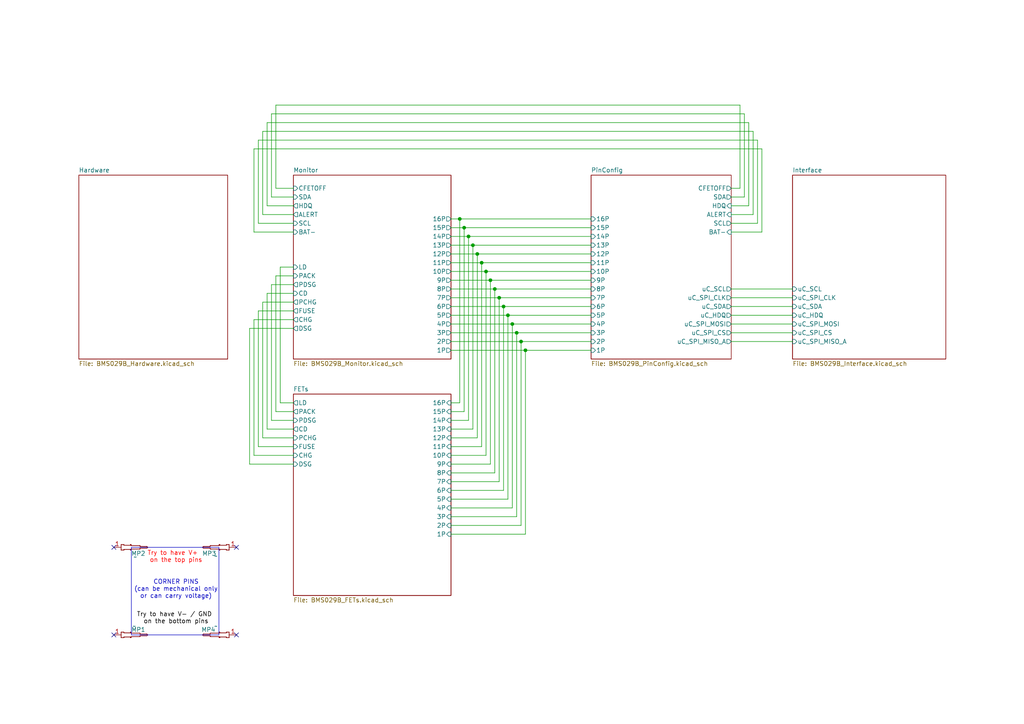
<source format=kicad_sch>
(kicad_sch (version 20250114) (generator "eeschema") (generator_version "9.0")
  (paper "A4")
  (lib_symbols
    (symbol "Adom KiCad Symbols:Adom_Machine_Pin"
      (property "Reference" "MP" (at -1.27 1.524 0))
      (symbol "Adom_Machine_Pin_1_0"
        (polyline (pts (xy -4.445 0.255) (xy -2.54 0.255)) (stroke (width 0.2)))
        (arc (start -4.445 -0.255) (mid -4.7 0) (end -4.445 0.255) (stroke (width 0.2)))
        (polyline (pts (xy -2.54 0.435) (xy -2.475 0.5)) (stroke (width 0.2)))
        (polyline (pts (xy -2.54 0.255) (xy -2.54 0.435)) (stroke (width 0.2)))
        (polyline (pts (xy -2.54 -0.255) (xy -4.445 -0.255)) (stroke (width 0.2)))
        (polyline (pts (xy -2.54 -0.435) (xy -2.54 -0.255)) (stroke (width 0.2)))
        (polyline (pts (xy -2.475 0.5) (xy -2.375 0.5)) (stroke (width 0.2)))
        (polyline (pts (xy -2.475 -0.5) (xy -2.54 -0.435)) (stroke (width 0.2)))
        (polyline (pts (xy -2.375 0.5) (xy 0.06 0.5)) (stroke (width 0.2)))
        (polyline (pts (xy -2.375 -0.5) (xy -2.475 -0.5)) (stroke (width 0.2)))
        (polyline (pts (xy 0.06 0.8) (xy 0.26 0.8)) (stroke (width 0.2)))
        (polyline (pts (xy 0.06 0.5) (xy 0.06 0.8)) (stroke (width 0.2)))
        (polyline (pts (xy 0.06 -0.5) (xy -2.375 -0.5)) (stroke (width 0.2)))
        (polyline (pts (xy 0.06 -0.8) (xy 0.06 -0.5)) (stroke (width 0.2)))
        (polyline (pts (xy 0.26 0.8) (xy 0.26 0.6)) (stroke (width 0.2)))
        (polyline (pts (xy 0.26 0.6) (xy 2.16 0.6)) (stroke (width 0.2)))
        (polyline (pts (xy 0.26 -0.6) (xy 0.26 -0.8)) (stroke (width 0.2)))
        (polyline (pts (xy 0.26 -0.8) (xy 0.06 -0.8)) (stroke (width 0.2)))
        (polyline (pts (xy 2.16 0.8) (xy 2.96 0.8)) (stroke (width 0.2)))
        (polyline (pts (xy 2.16 0.6) (xy 2.16 0.8)) (stroke (width 0.2)))
        (polyline (pts (xy 2.16 -0.6) (xy 0.26 -0.6)) (stroke (width 0.2)))
        (polyline (pts (xy 2.16 -0.8) (xy 2.16 -0.6)) (stroke (width 0.2)))
        (polyline (pts (xy 2.96 0.8) (xy 2.96 -0.8)) (stroke (width 0.2)))
        (polyline (pts (xy 2.96 -0.8) (xy 2.16 -0.8)) (stroke (width 0.2)))
      )
      (symbol "Adom_Machine_Pin_1_1"
        (pin passive line (at 5.08 0 180) (length 2) (name "") (number "1"))
      )
    )
  )
  (rectangle (start 38.1 158.75) (end 63.5 184.15))
  (text "CORNER PINS\n(can be mechanical only\nor can carry voltage)" (at 51.054 170.942 0) (effects (font (size 1.27 1.27))))
  (text "Try to have V- / GND \non the bottom pins" (at 51.054 179.324 0) (effects (font (size 1.27 1.27))))
  (text "Try to have V+  \non the top pins" (at 51.054 161.544 0) (effects (font (size 1.27 1.27))))
  (junction (at 152.4 101.6))
  (junction (at 146.05 88.9))
  (junction (at 144.78 86.36))
  (junction (at 139.7 76.2))
  (junction (at 140.97 78.74))
  (junction (at 151.13 99.06))
  (junction (at 138.43 73.66))
  (junction (at 137.16 71.12))
  (junction (at 148.59 93.98))
  (junction (at 135.89 68.58))
  (junction (at 142.24 81.28))
  (junction (at 134.62 66.04))
  (junction (at 147.32 91.44))
  (junction (at 133.35 63.5))
  (junction (at 149.86 96.52))
  (junction (at 143.51 83.82))
  (no_connect (at 33.02 158.75))
  (no_connect (at 68.58 158.75))
  (no_connect (at 33.02 184.15))
  (no_connect (at 68.58 184.15))
  (wire (pts (xy 146.05 88.9) (xy 146.05 142.24)))
  (wire (pts (xy 77.47 85.09) (xy 77.47 124.46)))
  (wire (pts (xy 78.74 33.02) (xy 78.74 57.15)))
  (wire (pts (xy 77.47 85.09) (xy 85.09 85.09)))
  (wire (pts (xy 139.7 129.54) (xy 130.81 129.54)))
  (wire (pts (xy 72.39 95.25) (xy 72.39 134.62)))
  (wire (pts (xy 144.78 139.7) (xy 130.81 139.7)))
  (wire (pts (xy 146.05 88.9) (xy 171.45 88.9)))
  (wire (pts (xy 218.44 62.23) (xy 212.09 62.23)))
  (wire (pts (xy 142.24 81.28) (xy 142.24 134.62)))
  (wire (pts (xy 212.09 86.36) (xy 229.87 86.36)))
  (wire (pts (xy 80.01 80.01) (xy 85.09 80.01)))
  (wire (pts (xy 73.66 43.18) (xy 73.66 67.31)))
  (wire (pts (xy 143.51 83.82) (xy 143.51 137.16)))
  (wire (pts (xy 217.17 35.56) (xy 217.17 59.69)))
  (wire (pts (xy 130.81 68.58) (xy 135.89 68.58)))
  (wire (pts (xy 130.81 83.82) (xy 143.51 83.82)))
  (wire (pts (xy 212.09 88.9) (xy 229.87 88.9)))
  (wire (pts (xy 138.43 127) (xy 130.81 127)))
  (wire (pts (xy 220.98 67.31) (xy 212.09 67.31)))
  (wire (pts (xy 80.01 119.38) (xy 85.09 119.38)))
  (wire (pts (xy 130.81 76.2) (xy 139.7 76.2)))
  (wire (pts (xy 130.81 91.44) (xy 147.32 91.44)))
  (wire (pts (xy 76.2 87.63) (xy 76.2 127)))
  (wire (pts (xy 137.16 71.12) (xy 137.16 124.46)))
  (wire (pts (xy 147.32 144.78) (xy 130.81 144.78)))
  (wire (pts (xy 212.09 99.06) (xy 229.87 99.06)))
  (wire (pts (xy 130.81 63.5) (xy 133.35 63.5)))
  (wire (pts (xy 134.62 66.04) (xy 134.62 119.38)))
  (wire (pts (xy 74.93 64.77) (xy 85.09 64.77)))
  (wire (pts (xy 77.47 59.69) (xy 85.09 59.69)))
  (wire (pts (xy 74.93 90.17) (xy 85.09 90.17)))
  (wire (pts (xy 137.16 124.46) (xy 130.81 124.46)))
  (wire (pts (xy 72.39 95.25) (xy 85.09 95.25)))
  (wire (pts (xy 219.71 40.64) (xy 219.71 64.77)))
  (wire (pts (xy 130.81 101.6) (xy 152.4 101.6)))
  (wire (pts (xy 130.81 96.52) (xy 149.86 96.52)))
  (wire (pts (xy 151.13 99.06) (xy 171.45 99.06)))
  (wire (pts (xy 144.78 86.36) (xy 171.45 86.36)))
  (wire (pts (xy 217.17 59.69) (xy 212.09 59.69)))
  (wire (pts (xy 212.09 96.52) (xy 229.87 96.52)))
  (wire (pts (xy 76.2 62.23) (xy 85.09 62.23)))
  (wire (pts (xy 148.59 147.32) (xy 130.81 147.32)))
  (wire (pts (xy 81.28 77.47) (xy 81.28 116.84)))
  (wire (pts (xy 144.78 86.36) (xy 144.78 139.7)))
  (wire (pts (xy 133.35 63.5) (xy 133.35 116.84)))
  (wire (pts (xy 80.01 54.61) (xy 85.09 54.61)))
  (wire (pts (xy 80.01 30.48) (xy 80.01 54.61)))
  (wire (pts (xy 134.62 119.38) (xy 130.81 119.38)))
  (wire (pts (xy 73.66 67.31) (xy 85.09 67.31)))
  (wire (pts (xy 74.93 90.17) (xy 74.93 129.54)))
  (wire (pts (xy 80.01 30.48) (xy 214.63 30.48)))
  (wire (pts (xy 130.81 93.98) (xy 148.59 93.98)))
  (wire (pts (xy 140.97 78.74) (xy 171.45 78.74)))
  (wire (pts (xy 133.35 63.5) (xy 171.45 63.5)))
  (wire (pts (xy 143.51 83.82) (xy 171.45 83.82)))
  (wire (pts (xy 76.2 38.1) (xy 218.44 38.1)))
  (wire (pts (xy 212.09 93.98) (xy 229.87 93.98)))
  (wire (pts (xy 215.9 57.15) (xy 212.09 57.15)))
  (wire (pts (xy 149.86 96.52) (xy 149.86 149.86)))
  (wire (pts (xy 80.01 80.01) (xy 80.01 119.38)))
  (wire (pts (xy 77.47 124.46) (xy 85.09 124.46)))
  (wire (pts (xy 78.74 121.92) (xy 85.09 121.92)))
  (wire (pts (xy 77.47 35.56) (xy 77.47 59.69)))
  (wire (pts (xy 130.81 86.36) (xy 144.78 86.36)))
  (wire (pts (xy 148.59 93.98) (xy 148.59 147.32)))
  (wire (pts (xy 130.81 71.12) (xy 137.16 71.12)))
  (wire (pts (xy 76.2 87.63) (xy 85.09 87.63)))
  (wire (pts (xy 142.24 134.62) (xy 130.81 134.62)))
  (wire (pts (xy 137.16 71.12) (xy 171.45 71.12)))
  (wire (pts (xy 135.89 121.92) (xy 130.81 121.92)))
  (wire (pts (xy 219.71 64.77) (xy 212.09 64.77)))
  (wire (pts (xy 74.93 40.64) (xy 74.93 64.77)))
  (wire (pts (xy 134.62 66.04) (xy 171.45 66.04)))
  (wire (pts (xy 147.32 91.44) (xy 171.45 91.44)))
  (wire (pts (xy 73.66 43.18) (xy 220.98 43.18)))
  (wire (pts (xy 76.2 127) (xy 85.09 127)))
  (wire (pts (xy 78.74 82.55) (xy 78.74 121.92)))
  (wire (pts (xy 78.74 82.55) (xy 85.09 82.55)))
  (wire (pts (xy 130.81 81.28) (xy 142.24 81.28)))
  (wire (pts (xy 215.9 33.02) (xy 215.9 57.15)))
  (wire (pts (xy 74.93 129.54) (xy 85.09 129.54)))
  (wire (pts (xy 133.35 116.84) (xy 130.81 116.84)))
  (wire (pts (xy 73.66 92.71) (xy 85.09 92.71)))
  (wire (pts (xy 77.47 35.56) (xy 217.17 35.56)))
  (wire (pts (xy 218.44 38.1) (xy 218.44 62.23)))
  (wire (pts (xy 142.24 81.28) (xy 171.45 81.28)))
  (wire (pts (xy 212.09 83.82) (xy 229.87 83.82)))
  (wire (pts (xy 73.66 132.08) (xy 85.09 132.08)))
  (wire (pts (xy 130.81 88.9) (xy 146.05 88.9)))
  (wire (pts (xy 81.28 116.84) (xy 85.09 116.84)))
  (wire (pts (xy 214.63 30.48) (xy 214.63 54.61)))
  (wire (pts (xy 151.13 152.4) (xy 130.81 152.4)))
  (wire (pts (xy 81.28 77.47) (xy 85.09 77.47)))
  (wire (pts (xy 146.05 142.24) (xy 130.81 142.24)))
  (wire (pts (xy 130.81 99.06) (xy 151.13 99.06)))
  (wire (pts (xy 78.74 57.15) (xy 85.09 57.15)))
  (wire (pts (xy 148.59 93.98) (xy 171.45 93.98)))
  (wire (pts (xy 74.93 40.64) (xy 219.71 40.64)))
  (wire (pts (xy 152.4 101.6) (xy 152.4 154.94)))
  (wire (pts (xy 130.81 66.04) (xy 134.62 66.04)))
  (wire (pts (xy 135.89 68.58) (xy 135.89 121.92)))
  (wire (pts (xy 151.13 99.06) (xy 151.13 152.4)))
  (wire (pts (xy 78.74 33.02) (xy 215.9 33.02)))
  (wire (pts (xy 220.98 43.18) (xy 220.98 67.31)))
  (wire (pts (xy 212.09 91.44) (xy 229.87 91.44)))
  (wire (pts (xy 72.39 134.62) (xy 85.09 134.62)))
  (wire (pts (xy 73.66 92.71) (xy 73.66 132.08)))
  (wire (pts (xy 130.81 73.66) (xy 138.43 73.66)))
  (wire (pts (xy 138.43 73.66) (xy 171.45 73.66)))
  (wire (pts (xy 76.2 38.1) (xy 76.2 62.23)))
  (wire (pts (xy 149.86 96.52) (xy 171.45 96.52)))
  (wire (pts (xy 139.7 76.2) (xy 171.45 76.2)))
  (wire (pts (xy 140.97 78.74) (xy 140.97 132.08)))
  (wire (pts (xy 143.51 137.16) (xy 130.81 137.16)))
  (wire (pts (xy 152.4 101.6) (xy 171.45 101.6)))
  (wire (pts (xy 149.86 149.86) (xy 130.81 149.86)))
  (wire (pts (xy 214.63 54.61) (xy 212.09 54.61)))
  (wire (pts (xy 139.7 76.2) (xy 139.7 129.54)))
  (wire (pts (xy 147.32 91.44) (xy 147.32 144.78)))
  (wire (pts (xy 138.43 73.66) (xy 138.43 127)))
  (wire (pts (xy 152.4 154.94) (xy 130.81 154.94)))
  (wire (pts (xy 130.81 78.74) (xy 140.97 78.74)))
  (wire (pts (xy 135.89 68.58) (xy 171.45 68.58)))
  (wire (pts (xy 140.97 132.08) (xy 130.81 132.08)))
  (symbol (lib_id "Adom KiCad Symbols:Adom_Machine_Pin") (at 63.5 158.75 0) (unit 1)
    (property "Reference" "MP3" (at 60.706 160.528 0))
    (property "Value" "~" (at 62.64 161.29 0))
    (property "Footprint" "Adom Footprint Library:ADOM_LARGE_PIN_v3_PRESS_FIT" (effects (hide yes)))
  )
  (symbol (lib_id "Adom KiCad Symbols:Adom_Machine_Pin") (at 63.5 184.15 0) (unit 1)
    (property "Reference" "MP4" (at 60.452 182.626 0))
    (property "Value" "~" (at 62.64 181.61 0))
    (property "Footprint" "Adom Footprint Library:ADOM_LARGE_PIN_v3_PRESS_FIT" (effects (hide yes)))
  )
  (symbol (lib_id "Adom KiCad Symbols:Adom_Machine_Pin") (at 38.1 184.15 180) (unit 1)
    (property "Reference" "MP1" (at 40.132 182.626 0))
    (property "Value" "~" (at 38.96 181.61 0))
    (property "Footprint" "Adom Footprint Library:ADOM_LARGE_PIN_v3_PRESS_FIT" (effects (hide yes)))
  )
  (symbol (lib_id "Adom KiCad Symbols:Adom_Machine_Pin") (at 38.1 158.75 180) (unit 1)
    (property "Reference" "MP2" (at 40.132 160.528 0))
    (property "Value" "~" (at 39.243 161.544 0))
    (property "Footprint" "Adom Footprint Library:ADOM_LARGE_PIN_v3_PRESS_FIT" (effects (hide yes)))
  )
  (sheet (at 85.09 114.3) (size 45.72 58.42)
    (property "Sheetname" "FETs" (at 85.09 113.5884 0) (effects (justify left bottom)))
    (property "Sheetfile" "BMS029B_FETs.kicad_sch" (at 85.09 173.3046 0) (effects (justify left top)))
    (pin "8P" input (at 130.81 137.16 0))
    (pin "4P" input (at 130.81 147.32 0))
    (pin "3P" input (at 130.81 149.86 0))
    (pin "9P" input (at 130.81 134.62 0))
    (pin "10P" input (at 130.81 132.08 0))
    (pin "1P" input (at 130.81 154.94 0))
    (pin "6P" input (at 130.81 142.24 0))
    (pin "2P" input (at 130.81 152.4 0))
    (pin "5P" input (at 130.81 144.78 0))
    (pin "7P" input (at 130.81 139.7 0))
    (pin "15P" input (at 130.81 119.38 0))
    (pin "13P" input (at 130.81 124.46 0))
    (pin "12P" input (at 130.81 127 0))
    (pin "11P" input (at 130.81 129.54 0))
    (pin "16P" input (at 130.81 116.84 0))
    (pin "14P" input (at 130.81 121.92 0))
    (pin "LD" output (at 85.09 116.84 180))
    (pin "PACK" output (at 85.09 119.38 180))
    (pin "PDSG" input (at 85.09 121.92 180))
    (pin "CD" output (at 85.09 124.46 180))
    (pin "PCHG" input (at 85.09 127 180))
    (pin "FUSE" input (at 85.09 129.54 180))
    (pin "CHG" input (at 85.09 132.08 180))
    (pin "DSG" input (at 85.09 134.62 180))
  )
  (sheet (at 171.45 50.8) (size 40.64 53.34)
    (property "Sheetname" "PinConfig" (at 171.45 50.0884 0) (effects (justify left bottom)))
    (property "Sheetfile" "BMS029B_PinConfig.kicad_sch" (at 171.45 104.7246 0) (effects (justify left top)))
    (pin "1P" input (at 171.45 101.6 180))
    (pin "2P" input (at 171.45 99.06 180))
    (pin "3P" input (at 171.45 96.52 180))
    (pin "4P" input (at 171.45 93.98 180))
    (pin "5P" input (at 171.45 91.44 180))
    (pin "6P" input (at 171.45 88.9 180))
    (pin "7P" input (at 171.45 86.36 180))
    (pin "8P" input (at 171.45 83.82 180))
    (pin "9P" input (at 171.45 81.28 180))
    (pin "10P" input (at 171.45 78.74 180))
    (pin "11P" input (at 171.45 76.2 180))
    (pin "12P" input (at 171.45 73.66 180))
    (pin "13P" input (at 171.45 71.12 180))
    (pin "14P" input (at 171.45 68.58 180))
    (pin "15P" input (at 171.45 66.04 180))
    (pin "16P" input (at 171.45 63.5 180))
    (pin "BAT-" input (at 212.09 67.31 0))
    (pin "SCL" output (at 212.09 64.77 0))
    (pin "ALERT" input (at 212.09 62.23 0))
    (pin "HDQ" input (at 212.09 59.69 0))
    (pin "uC_SPI_MISO_A" output (at 212.09 99.06 0))
    (pin "uC_SPI_CS" output (at 212.09 96.52 0))
    (pin "uC_SPI_MOSI" output (at 212.09 93.98 0))
    (pin "uC_HDQ" output (at 212.09 91.44 0))
    (pin "CFETOFF" output (at 212.09 54.61 0))
    (pin "SDA" output (at 212.09 57.15 0))
    (pin "uC_SDA" output (at 212.09 88.9 0))
    (pin "uC_SPI_CLK" output (at 212.09 86.36 0))
    (pin "uC_SCL" output (at 212.09 83.82 0))
  )
  (sheet (at 22.86 50.8) (size 43.18 53.34)
    (property "Sheetname" "Hardware" (at 22.86 50.0884 0) (effects (justify left bottom)))
    (property "Sheetfile" "BMS029B_Hardware.kicad_sch" (at 22.86 104.7246 0) (effects (justify left top)))
  )
  (sheet (at 85.09 50.8) (size 45.72 53.34)
    (property "Sheetname" "Monitor" (at 85.09 50.0884 0) (effects (justify left bottom)))
    (property "Sheetfile" "BMS029B_Monitor.kicad_sch" (at 85.09 104.7246 0) (effects (justify left top)))
    (pin "1P" output (at 130.81 101.6 0))
    (pin "2P" output (at 130.81 99.06 0))
    (pin "3P" output (at 130.81 96.52 0))
    (pin "4P" output (at 130.81 93.98 0))
    (pin "5P" output (at 130.81 91.44 0))
    (pin "6P" output (at 130.81 88.9 0))
    (pin "7P" output (at 130.81 86.36 0))
    (pin "8P" output (at 130.81 83.82 0))
    (pin "9P" output (at 130.81 81.28 0))
    (pin "10P" output (at 130.81 78.74 0))
    (pin "11P" output (at 130.81 76.2 0))
    (pin "12P" output (at 130.81 73.66 0))
    (pin "13P" output (at 130.81 71.12 0))
    (pin "14P" output (at 130.81 68.58 0))
    (pin "15P" output (at 130.81 66.04 0))
    (pin "16P" output (at 130.81 63.5 0))
    (pin "ALERT" output (at 85.09 62.23 180))
    (pin "PACK" input (at 85.09 80.01 180))
    (pin "DSG" output (at 85.09 95.25 180))
    (pin "LD" input (at 85.09 77.47 180))
    (pin "CD" input (at 85.09 85.09 180))
    (pin "CHG" output (at 85.09 92.71 180))
    (pin "PCHG" output (at 85.09 87.63 180))
    (pin "FUSE" output (at 85.09 90.17 180))
    (pin "PDSG" output (at 85.09 82.55 180))
    (pin "HDQ" output (at 85.09 59.69 180))
    (pin "SCL" input (at 85.09 64.77 180))
    (pin "SDA" input (at 85.09 57.15 180))
    (pin "CFETOFF" input (at 85.09 54.61 180))
    (pin "BAT-" input (at 85.09 67.31 180))
  )
  (sheet (at 229.87 50.8) (size 44.45 53.34)
    (property "Sheetname" "Interface" (at 229.87 50.0884 0) (effects (justify left bottom)))
    (property "Sheetfile" "BMS029B_Interface.kicad_sch" (at 229.87 104.7246 0) (effects (justify left top)))
    (pin "uC_SCL" input (at 229.87 83.82 180))
    (pin "uC_SDA" input (at 229.87 88.9 180))
    (pin "uC_SPI_MISO_A" input (at 229.87 99.06 180))
    (pin "uC_SPI_CS" input (at 229.87 96.52 180))
    (pin "uC_HDQ" input (at 229.87 91.44 180))
    (pin "uC_SPI_MOSI" input (at 229.87 93.98 180))
    (pin "uC_SPI_CLK" input (at 229.87 86.36 180))
  )
)
</source>
